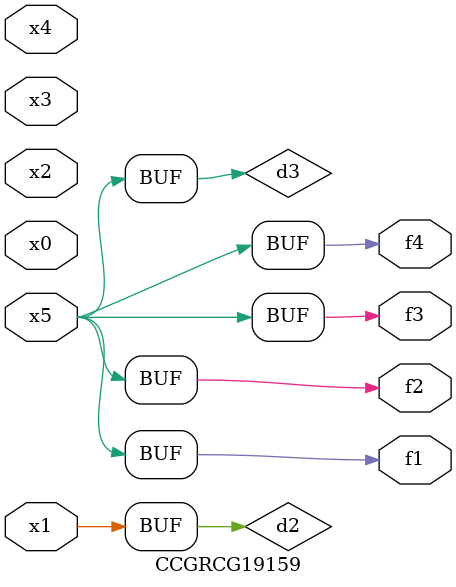
<source format=v>
module CCGRCG19159(
	input x0, x1, x2, x3, x4, x5,
	output f1, f2, f3, f4
);

	wire d1, d2, d3;

	not (d1, x5);
	or (d2, x1);
	xnor (d3, d1);
	assign f1 = d3;
	assign f2 = d3;
	assign f3 = d3;
	assign f4 = d3;
endmodule

</source>
